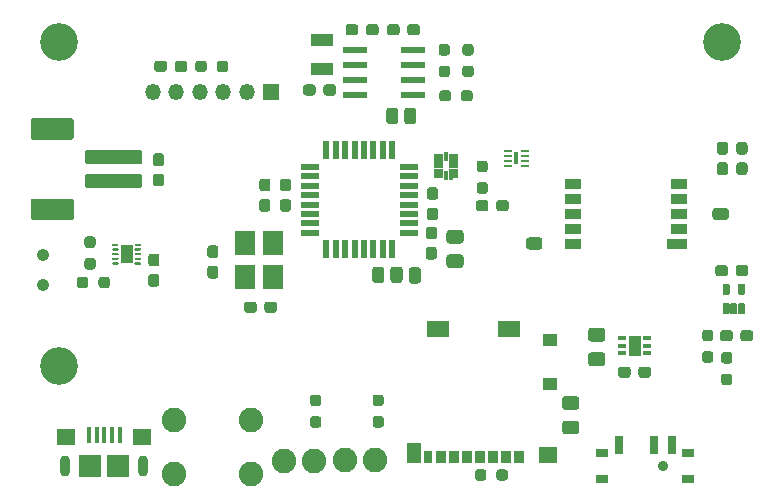
<source format=gbr>
%TF.GenerationSoftware,KiCad,Pcbnew,(5.1.9)-1*%
%TF.CreationDate,2021-01-19T18:40:37+01:00*%
%TF.ProjectId,Track-your-cat,54726163-6b2d-4796-9f75-722d6361742e,1*%
%TF.SameCoordinates,Original*%
%TF.FileFunction,Soldermask,Top*%
%TF.FilePolarity,Negative*%
%FSLAX46Y46*%
G04 Gerber Fmt 4.6, Leading zero omitted, Abs format (unit mm)*
G04 Created by KiCad (PCBNEW (5.1.9)-1) date 2021-01-19 18:40:37*
%MOMM*%
%LPD*%
G01*
G04 APERTURE LIST*
%ADD10C,0.010000*%
%ADD11C,2.082800*%
%ADD12R,1.200000X1.000000*%
%ADD13R,1.900000X1.350000*%
%ADD14R,1.170000X1.800000*%
%ADD15R,1.550000X1.350000*%
%ADD16R,0.750000X1.100000*%
%ADD17R,0.850000X1.100000*%
%ADD18R,0.450000X1.050000*%
%ADD19R,0.650000X0.200000*%
%ADD20R,1.676400X0.863600*%
%ADD21R,1.422400X0.863600*%
%ADD22C,3.200000*%
%ADD23R,1.900000X1.100000*%
%ADD24R,0.550000X1.500000*%
%ADD25R,1.500000X0.550000*%
%ADD26R,1.000000X1.700000*%
%ADD27R,0.700000X0.350000*%
%ADD28R,2.000000X0.600000*%
%ADD29R,1.000000X0.800000*%
%ADD30C,0.900000*%
%ADD31R,0.700000X1.500000*%
%ADD32C,1.050000*%
%ADD33R,0.606066X0.192474*%
%ADD34R,1.000000X1.600000*%
%ADD35R,1.800000X2.100000*%
%ADD36R,1.350000X1.350000*%
%ADD37O,1.350000X1.350000*%
%ADD38O,0.900000X1.800000*%
%ADD39C,0.500000*%
%ADD40R,1.900000X1.900000*%
%ADD41R,1.600000X1.400000*%
%ADD42R,0.400000X1.350000*%
G04 APERTURE END LIST*
D10*
%TO.C,U3*%
G36*
X77800000Y-87250000D02*
G01*
X77350000Y-87250000D01*
X77350000Y-87450000D01*
X77100000Y-87450000D01*
X77100000Y-86950000D01*
X77800000Y-86950000D01*
X77800000Y-87250000D01*
G37*
X77800000Y-87250000D02*
X77350000Y-87250000D01*
X77350000Y-87450000D01*
X77100000Y-87450000D01*
X77100000Y-86950000D01*
X77800000Y-86950000D01*
X77800000Y-87250000D01*
G36*
X76950000Y-85850000D02*
G01*
X76650000Y-85850000D01*
X76650000Y-85150000D01*
X76950000Y-85150000D01*
X76950000Y-85850000D01*
G37*
X76950000Y-85850000D02*
X76650000Y-85850000D01*
X76650000Y-85150000D01*
X76950000Y-85150000D01*
X76950000Y-85850000D01*
G36*
X76950000Y-87450000D02*
G01*
X76650000Y-87450000D01*
X76650000Y-86750000D01*
X76950000Y-86750000D01*
X76950000Y-87450000D01*
G37*
X76950000Y-87450000D02*
X76650000Y-87450000D01*
X76650000Y-86750000D01*
X76950000Y-86750000D01*
X76950000Y-87450000D01*
G36*
X76500000Y-87250000D02*
G01*
X75800000Y-87250000D01*
X75800000Y-86950000D01*
X76500000Y-86950000D01*
X76500000Y-87250000D01*
G37*
X76500000Y-87250000D02*
X75800000Y-87250000D01*
X75800000Y-86950000D01*
X76500000Y-86950000D01*
X76500000Y-87250000D01*
G36*
X76500000Y-86850000D02*
G01*
X75800000Y-86850000D01*
X75800000Y-86550000D01*
X76500000Y-86550000D01*
X76500000Y-86850000D01*
G37*
X76500000Y-86850000D02*
X75800000Y-86850000D01*
X75800000Y-86550000D01*
X76500000Y-86550000D01*
X76500000Y-86850000D01*
G36*
X76500000Y-85650000D02*
G01*
X75800000Y-85650000D01*
X75800000Y-85350000D01*
X76500000Y-85350000D01*
X76500000Y-85650000D01*
G37*
X76500000Y-85650000D02*
X75800000Y-85650000D01*
X75800000Y-85350000D01*
X76500000Y-85350000D01*
X76500000Y-85650000D01*
G36*
X76500000Y-86050000D02*
G01*
X75800000Y-86050000D01*
X75800000Y-85750000D01*
X76500000Y-85750000D01*
X76500000Y-86050000D01*
G37*
X76500000Y-86050000D02*
X75800000Y-86050000D01*
X75800000Y-85750000D01*
X76500000Y-85750000D01*
X76500000Y-86050000D01*
G36*
X77800000Y-85650000D02*
G01*
X77100000Y-85650000D01*
X77100000Y-85350000D01*
X77800000Y-85350000D01*
X77800000Y-85650000D01*
G37*
X77800000Y-85650000D02*
X77100000Y-85650000D01*
X77100000Y-85350000D01*
X77800000Y-85350000D01*
X77800000Y-85650000D01*
G36*
X77800000Y-86050000D02*
G01*
X77100000Y-86050000D01*
X77100000Y-85750000D01*
X77800000Y-85750000D01*
X77800000Y-86050000D01*
G37*
X77800000Y-86050000D02*
X77100000Y-86050000D01*
X77100000Y-85750000D01*
X77800000Y-85750000D01*
X77800000Y-86050000D01*
G36*
X77800000Y-86850000D02*
G01*
X77100000Y-86850000D01*
X77100000Y-86550000D01*
X77800000Y-86550000D01*
X77800000Y-86850000D01*
G37*
X77800000Y-86850000D02*
X77100000Y-86850000D01*
X77100000Y-86550000D01*
X77800000Y-86550000D01*
X77800000Y-86850000D01*
G36*
X76500000Y-86450000D02*
G01*
X75800000Y-86450000D01*
X75800000Y-86150000D01*
X76500000Y-86150000D01*
X76500000Y-86450000D01*
G37*
X76500000Y-86450000D02*
X75800000Y-86450000D01*
X75800000Y-86150000D01*
X76500000Y-86150000D01*
X76500000Y-86450000D01*
G36*
X77800000Y-86450000D02*
G01*
X77100000Y-86450000D01*
X77100000Y-86150000D01*
X77800000Y-86150000D01*
X77800000Y-86450000D01*
G37*
X77800000Y-86450000D02*
X77100000Y-86450000D01*
X77100000Y-86150000D01*
X77800000Y-86150000D01*
X77800000Y-86450000D01*
%TD*%
D11*
%TO.C,D2*%
X70800000Y-111250000D03*
X68260000Y-111250000D03*
%TD*%
D12*
%TO.C,J3*%
X85639999Y-104800000D03*
X85639999Y-101100001D03*
D13*
X82140000Y-100125000D03*
X76170000Y-100125000D03*
D14*
X74145000Y-110600000D03*
D15*
X85465000Y-110825000D03*
D16*
X75354999Y-110950000D03*
D17*
X76405000Y-110950000D03*
X77505000Y-110950000D03*
X78605000Y-110950000D03*
X79705000Y-110950000D03*
X80805000Y-110950000D03*
X81905000Y-110950000D03*
X83005000Y-110950000D03*
%TD*%
D18*
%TO.C,IC1*%
X82800000Y-85700000D03*
D19*
X83550000Y-85100000D03*
X83550000Y-85500000D03*
X83550000Y-85900000D03*
X83550000Y-86300000D03*
X82050000Y-86300000D03*
X82050000Y-85900000D03*
X82050000Y-85500000D03*
X82050000Y-85100000D03*
%TD*%
D20*
%TO.C,GPS1*%
X96425800Y-92978200D03*
D21*
X96552800Y-91708200D03*
X96552800Y-90438200D03*
X96552800Y-89168200D03*
X96552800Y-87898200D03*
X87561200Y-92978200D03*
X87561200Y-91708200D03*
X87561200Y-89168200D03*
X87561200Y-87898200D03*
X87561200Y-90438200D03*
%TD*%
D22*
%TO.C,H1*%
X100200000Y-75800000D03*
%TD*%
%TO.C,H1*%
X44100000Y-75800000D03*
%TD*%
%TO.C,H1*%
X44100000Y-103300000D03*
%TD*%
%TO.C,R10*%
G36*
G01*
X76937500Y-78812500D02*
X76462500Y-78812500D01*
G75*
G02*
X76225000Y-78575000I0J237500D01*
G01*
X76225000Y-78075000D01*
G75*
G02*
X76462500Y-77837500I237500J0D01*
G01*
X76937500Y-77837500D01*
G75*
G02*
X77175000Y-78075000I0J-237500D01*
G01*
X77175000Y-78575000D01*
G75*
G02*
X76937500Y-78812500I-237500J0D01*
G01*
G37*
G36*
G01*
X76937500Y-76987500D02*
X76462500Y-76987500D01*
G75*
G02*
X76225000Y-76750000I0J237500D01*
G01*
X76225000Y-76250000D01*
G75*
G02*
X76462500Y-76012500I237500J0D01*
G01*
X76937500Y-76012500D01*
G75*
G02*
X77175000Y-76250000I0J-237500D01*
G01*
X77175000Y-76750000D01*
G75*
G02*
X76937500Y-76987500I-237500J0D01*
G01*
G37*
%TD*%
D23*
%TO.C,Y2*%
X66350000Y-78150000D03*
X66350000Y-75650000D03*
%TD*%
D24*
%TO.C,U2*%
X66700000Y-85000000D03*
X67500000Y-85000000D03*
X68300000Y-85000000D03*
X69100000Y-85000000D03*
X69900000Y-85000000D03*
X70700000Y-85000000D03*
X71500000Y-85000000D03*
X72300000Y-85000000D03*
D25*
X73700000Y-86400000D03*
X73700000Y-87200000D03*
X73700000Y-88000000D03*
X73700000Y-88800000D03*
X73700000Y-89600000D03*
X73700000Y-90400000D03*
X73700000Y-91200000D03*
X73700000Y-92000000D03*
D24*
X72300000Y-93400000D03*
X71500000Y-93400000D03*
X70700000Y-93400000D03*
X69900000Y-93400000D03*
X69100000Y-93400000D03*
X68300000Y-93400000D03*
X67500000Y-93400000D03*
D25*
X65300000Y-92000000D03*
X65300000Y-91200000D03*
X65300000Y-90400000D03*
X65300000Y-89600000D03*
X65300000Y-88800000D03*
X65300000Y-88000000D03*
X65300000Y-87200000D03*
X65300000Y-86400000D03*
D24*
X66700000Y-93400000D03*
%TD*%
D11*
%TO.C,D1*%
X63100000Y-111300000D03*
X65640000Y-111300000D03*
%TD*%
%TO.C,R8*%
G36*
G01*
X99237500Y-103000000D02*
X98762500Y-103000000D01*
G75*
G02*
X98525000Y-102762500I0J237500D01*
G01*
X98525000Y-102262500D01*
G75*
G02*
X98762500Y-102025000I237500J0D01*
G01*
X99237500Y-102025000D01*
G75*
G02*
X99475000Y-102262500I0J-237500D01*
G01*
X99475000Y-102762500D01*
G75*
G02*
X99237500Y-103000000I-237500J0D01*
G01*
G37*
G36*
G01*
X99237500Y-101175000D02*
X98762500Y-101175000D01*
G75*
G02*
X98525000Y-100937500I0J237500D01*
G01*
X98525000Y-100437500D01*
G75*
G02*
X98762500Y-100200000I237500J0D01*
G01*
X99237500Y-100200000D01*
G75*
G02*
X99475000Y-100437500I0J-237500D01*
G01*
X99475000Y-100937500D01*
G75*
G02*
X99237500Y-101175000I-237500J0D01*
G01*
G37*
%TD*%
%TO.C,C1*%
G36*
G01*
X89125000Y-100037500D02*
X90075000Y-100037500D01*
G75*
G02*
X90325000Y-100287500I0J-250000D01*
G01*
X90325000Y-100962500D01*
G75*
G02*
X90075000Y-101212500I-250000J0D01*
G01*
X89125000Y-101212500D01*
G75*
G02*
X88875000Y-100962500I0J250000D01*
G01*
X88875000Y-100287500D01*
G75*
G02*
X89125000Y-100037500I250000J0D01*
G01*
G37*
G36*
G01*
X89125000Y-102112500D02*
X90075000Y-102112500D01*
G75*
G02*
X90325000Y-102362500I0J-250000D01*
G01*
X90325000Y-103037500D01*
G75*
G02*
X90075000Y-103287500I-250000J0D01*
G01*
X89125000Y-103287500D01*
G75*
G02*
X88875000Y-103037500I0J250000D01*
G01*
X88875000Y-102362500D01*
G75*
G02*
X89125000Y-102112500I250000J0D01*
G01*
G37*
%TD*%
%TO.C,C2*%
G36*
G01*
X94200000Y-103562500D02*
X94200000Y-104037500D01*
G75*
G02*
X93962500Y-104275000I-237500J0D01*
G01*
X93362500Y-104275000D01*
G75*
G02*
X93125000Y-104037500I0J237500D01*
G01*
X93125000Y-103562500D01*
G75*
G02*
X93362500Y-103325000I237500J0D01*
G01*
X93962500Y-103325000D01*
G75*
G02*
X94200000Y-103562500I0J-237500D01*
G01*
G37*
G36*
G01*
X92475000Y-103562500D02*
X92475000Y-104037500D01*
G75*
G02*
X92237500Y-104275000I-237500J0D01*
G01*
X91637500Y-104275000D01*
G75*
G02*
X91400000Y-104037500I0J237500D01*
G01*
X91400000Y-103562500D01*
G75*
G02*
X91637500Y-103325000I237500J0D01*
G01*
X92237500Y-103325000D01*
G75*
G02*
X92475000Y-103562500I0J-237500D01*
G01*
G37*
%TD*%
%TO.C,C3*%
G36*
G01*
X77125000Y-91737500D02*
X78075000Y-91737500D01*
G75*
G02*
X78325000Y-91987500I0J-250000D01*
G01*
X78325000Y-92662500D01*
G75*
G02*
X78075000Y-92912500I-250000J0D01*
G01*
X77125000Y-92912500D01*
G75*
G02*
X76875000Y-92662500I0J250000D01*
G01*
X76875000Y-91987500D01*
G75*
G02*
X77125000Y-91737500I250000J0D01*
G01*
G37*
G36*
G01*
X77125000Y-93812500D02*
X78075000Y-93812500D01*
G75*
G02*
X78325000Y-94062500I0J-250000D01*
G01*
X78325000Y-94737500D01*
G75*
G02*
X78075000Y-94987500I-250000J0D01*
G01*
X77125000Y-94987500D01*
G75*
G02*
X76875000Y-94737500I0J250000D01*
G01*
X76875000Y-94062500D01*
G75*
G02*
X77125000Y-93812500I250000J0D01*
G01*
G37*
%TD*%
%TO.C,C4*%
G36*
G01*
X63487500Y-88487500D02*
X63012500Y-88487500D01*
G75*
G02*
X62775000Y-88250000I0J237500D01*
G01*
X62775000Y-87650000D01*
G75*
G02*
X63012500Y-87412500I237500J0D01*
G01*
X63487500Y-87412500D01*
G75*
G02*
X63725000Y-87650000I0J-237500D01*
G01*
X63725000Y-88250000D01*
G75*
G02*
X63487500Y-88487500I-237500J0D01*
G01*
G37*
G36*
G01*
X63487500Y-90212500D02*
X63012500Y-90212500D01*
G75*
G02*
X62775000Y-89975000I0J237500D01*
G01*
X62775000Y-89375000D01*
G75*
G02*
X63012500Y-89137500I237500J0D01*
G01*
X63487500Y-89137500D01*
G75*
G02*
X63725000Y-89375000I0J-237500D01*
G01*
X63725000Y-89975000D01*
G75*
G02*
X63487500Y-90212500I-237500J0D01*
G01*
G37*
%TD*%
%TO.C,C5*%
G36*
G01*
X61737500Y-90212500D02*
X61262500Y-90212500D01*
G75*
G02*
X61025000Y-89975000I0J237500D01*
G01*
X61025000Y-89375000D01*
G75*
G02*
X61262500Y-89137500I237500J0D01*
G01*
X61737500Y-89137500D01*
G75*
G02*
X61975000Y-89375000I0J-237500D01*
G01*
X61975000Y-89975000D01*
G75*
G02*
X61737500Y-90212500I-237500J0D01*
G01*
G37*
G36*
G01*
X61737500Y-88487500D02*
X61262500Y-88487500D01*
G75*
G02*
X61025000Y-88250000I0J237500D01*
G01*
X61025000Y-87650000D01*
G75*
G02*
X61262500Y-87412500I237500J0D01*
G01*
X61737500Y-87412500D01*
G75*
G02*
X61975000Y-87650000I0J-237500D01*
G01*
X61975000Y-88250000D01*
G75*
G02*
X61737500Y-88487500I-237500J0D01*
G01*
G37*
%TD*%
%TO.C,C6*%
G36*
G01*
X75362500Y-93187500D02*
X75837500Y-93187500D01*
G75*
G02*
X76075000Y-93425000I0J-237500D01*
G01*
X76075000Y-94025000D01*
G75*
G02*
X75837500Y-94262500I-237500J0D01*
G01*
X75362500Y-94262500D01*
G75*
G02*
X75125000Y-94025000I0J237500D01*
G01*
X75125000Y-93425000D01*
G75*
G02*
X75362500Y-93187500I237500J0D01*
G01*
G37*
G36*
G01*
X75362500Y-91462500D02*
X75837500Y-91462500D01*
G75*
G02*
X76075000Y-91700000I0J-237500D01*
G01*
X76075000Y-92300000D01*
G75*
G02*
X75837500Y-92537500I-237500J0D01*
G01*
X75362500Y-92537500D01*
G75*
G02*
X75125000Y-92300000I0J237500D01*
G01*
X75125000Y-91700000D01*
G75*
G02*
X75362500Y-91462500I237500J0D01*
G01*
G37*
%TD*%
%TO.C,C8*%
G36*
G01*
X53212500Y-77662500D02*
X53212500Y-78137500D01*
G75*
G02*
X52975000Y-78375000I-237500J0D01*
G01*
X52375000Y-78375000D01*
G75*
G02*
X52137500Y-78137500I0J237500D01*
G01*
X52137500Y-77662500D01*
G75*
G02*
X52375000Y-77425000I237500J0D01*
G01*
X52975000Y-77425000D01*
G75*
G02*
X53212500Y-77662500I0J-237500D01*
G01*
G37*
G36*
G01*
X54937500Y-77662500D02*
X54937500Y-78137500D01*
G75*
G02*
X54700000Y-78375000I-237500J0D01*
G01*
X54100000Y-78375000D01*
G75*
G02*
X53862500Y-78137500I0J237500D01*
G01*
X53862500Y-77662500D01*
G75*
G02*
X54100000Y-77425000I237500J0D01*
G01*
X54700000Y-77425000D01*
G75*
G02*
X54937500Y-77662500I0J-237500D01*
G01*
G37*
%TD*%
%TO.C,C9*%
G36*
G01*
X57337500Y-94137500D02*
X56862500Y-94137500D01*
G75*
G02*
X56625000Y-93900000I0J237500D01*
G01*
X56625000Y-93300000D01*
G75*
G02*
X56862500Y-93062500I237500J0D01*
G01*
X57337500Y-93062500D01*
G75*
G02*
X57575000Y-93300000I0J-237500D01*
G01*
X57575000Y-93900000D01*
G75*
G02*
X57337500Y-94137500I-237500J0D01*
G01*
G37*
G36*
G01*
X57337500Y-95862500D02*
X56862500Y-95862500D01*
G75*
G02*
X56625000Y-95625000I0J237500D01*
G01*
X56625000Y-95025000D01*
G75*
G02*
X56862500Y-94787500I237500J0D01*
G01*
X57337500Y-94787500D01*
G75*
G02*
X57575000Y-95025000I0J-237500D01*
G01*
X57575000Y-95625000D01*
G75*
G02*
X57337500Y-95862500I-237500J0D01*
G01*
G37*
%TD*%
%TO.C,C10*%
G36*
G01*
X62537500Y-98062500D02*
X62537500Y-98537500D01*
G75*
G02*
X62300000Y-98775000I-237500J0D01*
G01*
X61700000Y-98775000D01*
G75*
G02*
X61462500Y-98537500I0J237500D01*
G01*
X61462500Y-98062500D01*
G75*
G02*
X61700000Y-97825000I237500J0D01*
G01*
X62300000Y-97825000D01*
G75*
G02*
X62537500Y-98062500I0J-237500D01*
G01*
G37*
G36*
G01*
X60812500Y-98062500D02*
X60812500Y-98537500D01*
G75*
G02*
X60575000Y-98775000I-237500J0D01*
G01*
X59975000Y-98775000D01*
G75*
G02*
X59737500Y-98537500I0J237500D01*
G01*
X59737500Y-98062500D01*
G75*
G02*
X59975000Y-97825000I237500J0D01*
G01*
X60575000Y-97825000D01*
G75*
G02*
X60812500Y-98062500I0J-237500D01*
G01*
G37*
%TD*%
%TO.C,C11*%
G36*
G01*
X51862500Y-93762500D02*
X52337500Y-93762500D01*
G75*
G02*
X52575000Y-94000000I0J-237500D01*
G01*
X52575000Y-94600000D01*
G75*
G02*
X52337500Y-94837500I-237500J0D01*
G01*
X51862500Y-94837500D01*
G75*
G02*
X51625000Y-94600000I0J237500D01*
G01*
X51625000Y-94000000D01*
G75*
G02*
X51862500Y-93762500I237500J0D01*
G01*
G37*
G36*
G01*
X51862500Y-95487500D02*
X52337500Y-95487500D01*
G75*
G02*
X52575000Y-95725000I0J-237500D01*
G01*
X52575000Y-96325000D01*
G75*
G02*
X52337500Y-96562500I-237500J0D01*
G01*
X51862500Y-96562500D01*
G75*
G02*
X51625000Y-96325000I0J237500D01*
G01*
X51625000Y-95725000D01*
G75*
G02*
X51862500Y-95487500I237500J0D01*
G01*
G37*
%TD*%
%TO.C,C12*%
G36*
G01*
X75937500Y-90937500D02*
X75462500Y-90937500D01*
G75*
G02*
X75225000Y-90700000I0J237500D01*
G01*
X75225000Y-90100000D01*
G75*
G02*
X75462500Y-89862500I237500J0D01*
G01*
X75937500Y-89862500D01*
G75*
G02*
X76175000Y-90100000I0J-237500D01*
G01*
X76175000Y-90700000D01*
G75*
G02*
X75937500Y-90937500I-237500J0D01*
G01*
G37*
G36*
G01*
X75937500Y-89212500D02*
X75462500Y-89212500D01*
G75*
G02*
X75225000Y-88975000I0J237500D01*
G01*
X75225000Y-88375000D01*
G75*
G02*
X75462500Y-88137500I237500J0D01*
G01*
X75937500Y-88137500D01*
G75*
G02*
X76175000Y-88375000I0J-237500D01*
G01*
X76175000Y-88975000D01*
G75*
G02*
X75937500Y-89212500I-237500J0D01*
G01*
G37*
%TD*%
%TO.C,C13*%
G36*
G01*
X52262500Y-86987500D02*
X52737500Y-86987500D01*
G75*
G02*
X52975000Y-87225000I0J-237500D01*
G01*
X52975000Y-87825000D01*
G75*
G02*
X52737500Y-88062500I-237500J0D01*
G01*
X52262500Y-88062500D01*
G75*
G02*
X52025000Y-87825000I0J237500D01*
G01*
X52025000Y-87225000D01*
G75*
G02*
X52262500Y-86987500I237500J0D01*
G01*
G37*
G36*
G01*
X52262500Y-85262500D02*
X52737500Y-85262500D01*
G75*
G02*
X52975000Y-85500000I0J-237500D01*
G01*
X52975000Y-86100000D01*
G75*
G02*
X52737500Y-86337500I-237500J0D01*
G01*
X52262500Y-86337500D01*
G75*
G02*
X52025000Y-86100000I0J237500D01*
G01*
X52025000Y-85500000D01*
G75*
G02*
X52262500Y-85262500I237500J0D01*
G01*
G37*
%TD*%
%TO.C,C15*%
G36*
G01*
X80437500Y-89462500D02*
X80437500Y-89937500D01*
G75*
G02*
X80200000Y-90175000I-237500J0D01*
G01*
X79600000Y-90175000D01*
G75*
G02*
X79362500Y-89937500I0J237500D01*
G01*
X79362500Y-89462500D01*
G75*
G02*
X79600000Y-89225000I237500J0D01*
G01*
X80200000Y-89225000D01*
G75*
G02*
X80437500Y-89462500I0J-237500D01*
G01*
G37*
G36*
G01*
X82162500Y-89462500D02*
X82162500Y-89937500D01*
G75*
G02*
X81925000Y-90175000I-237500J0D01*
G01*
X81325000Y-90175000D01*
G75*
G02*
X81087500Y-89937500I0J237500D01*
G01*
X81087500Y-89462500D01*
G75*
G02*
X81325000Y-89225000I237500J0D01*
G01*
X81925000Y-89225000D01*
G75*
G02*
X82162500Y-89462500I0J-237500D01*
G01*
G37*
%TD*%
%TO.C,C16*%
G36*
G01*
X102137500Y-85375000D02*
X101662500Y-85375000D01*
G75*
G02*
X101425000Y-85137500I0J237500D01*
G01*
X101425000Y-84537500D01*
G75*
G02*
X101662500Y-84300000I237500J0D01*
G01*
X102137500Y-84300000D01*
G75*
G02*
X102375000Y-84537500I0J-237500D01*
G01*
X102375000Y-85137500D01*
G75*
G02*
X102137500Y-85375000I-237500J0D01*
G01*
G37*
G36*
G01*
X102137500Y-87100000D02*
X101662500Y-87100000D01*
G75*
G02*
X101425000Y-86862500I0J237500D01*
G01*
X101425000Y-86262500D01*
G75*
G02*
X101662500Y-86025000I237500J0D01*
G01*
X102137500Y-86025000D01*
G75*
G02*
X102375000Y-86262500I0J-237500D01*
G01*
X102375000Y-86862500D01*
G75*
G02*
X102137500Y-87100000I-237500J0D01*
G01*
G37*
%TD*%
%TO.C,C17*%
G36*
G01*
X100487500Y-85375000D02*
X100012500Y-85375000D01*
G75*
G02*
X99775000Y-85137500I0J237500D01*
G01*
X99775000Y-84537500D01*
G75*
G02*
X100012500Y-84300000I237500J0D01*
G01*
X100487500Y-84300000D01*
G75*
G02*
X100725000Y-84537500I0J-237500D01*
G01*
X100725000Y-85137500D01*
G75*
G02*
X100487500Y-85375000I-237500J0D01*
G01*
G37*
G36*
G01*
X100487500Y-87100000D02*
X100012500Y-87100000D01*
G75*
G02*
X99775000Y-86862500I0J237500D01*
G01*
X99775000Y-86262500D01*
G75*
G02*
X100012500Y-86025000I237500J0D01*
G01*
X100487500Y-86025000D01*
G75*
G02*
X100725000Y-86262500I0J-237500D01*
G01*
X100725000Y-86862500D01*
G75*
G02*
X100487500Y-87100000I-237500J0D01*
G01*
G37*
%TD*%
%TO.C,C18*%
G36*
G01*
X102837500Y-100462500D02*
X102837500Y-100937500D01*
G75*
G02*
X102600000Y-101175000I-237500J0D01*
G01*
X102000000Y-101175000D01*
G75*
G02*
X101762500Y-100937500I0J237500D01*
G01*
X101762500Y-100462500D01*
G75*
G02*
X102000000Y-100225000I237500J0D01*
G01*
X102600000Y-100225000D01*
G75*
G02*
X102837500Y-100462500I0J-237500D01*
G01*
G37*
G36*
G01*
X101112500Y-100462500D02*
X101112500Y-100937500D01*
G75*
G02*
X100875000Y-101175000I-237500J0D01*
G01*
X100275000Y-101175000D01*
G75*
G02*
X100037500Y-100937500I0J237500D01*
G01*
X100037500Y-100462500D01*
G75*
G02*
X100275000Y-100225000I237500J0D01*
G01*
X100875000Y-100225000D01*
G75*
G02*
X101112500Y-100462500I0J-237500D01*
G01*
G37*
%TD*%
%TO.C,C20*%
G36*
G01*
X71837500Y-75037500D02*
X71837500Y-74562500D01*
G75*
G02*
X72075000Y-74325000I237500J0D01*
G01*
X72675000Y-74325000D01*
G75*
G02*
X72912500Y-74562500I0J-237500D01*
G01*
X72912500Y-75037500D01*
G75*
G02*
X72675000Y-75275000I-237500J0D01*
G01*
X72075000Y-75275000D01*
G75*
G02*
X71837500Y-75037500I0J237500D01*
G01*
G37*
G36*
G01*
X73562500Y-75037500D02*
X73562500Y-74562500D01*
G75*
G02*
X73800000Y-74325000I237500J0D01*
G01*
X74400000Y-74325000D01*
G75*
G02*
X74637500Y-74562500I0J-237500D01*
G01*
X74637500Y-75037500D01*
G75*
G02*
X74400000Y-75275000I-237500J0D01*
G01*
X73800000Y-75275000D01*
G75*
G02*
X73562500Y-75037500I0J237500D01*
G01*
G37*
%TD*%
%TO.C,C21*%
G36*
G01*
X69412500Y-74562500D02*
X69412500Y-75037500D01*
G75*
G02*
X69175000Y-75275000I-237500J0D01*
G01*
X68575000Y-75275000D01*
G75*
G02*
X68337500Y-75037500I0J237500D01*
G01*
X68337500Y-74562500D01*
G75*
G02*
X68575000Y-74325000I237500J0D01*
G01*
X69175000Y-74325000D01*
G75*
G02*
X69412500Y-74562500I0J-237500D01*
G01*
G37*
G36*
G01*
X71137500Y-74562500D02*
X71137500Y-75037500D01*
G75*
G02*
X70900000Y-75275000I-237500J0D01*
G01*
X70300000Y-75275000D01*
G75*
G02*
X70062500Y-75037500I0J237500D01*
G01*
X70062500Y-74562500D01*
G75*
G02*
X70300000Y-74325000I237500J0D01*
G01*
X70900000Y-74325000D01*
G75*
G02*
X71137500Y-74562500I0J-237500D01*
G01*
G37*
%TD*%
%TO.C,C22*%
G36*
G01*
X64737500Y-80137500D02*
X64737500Y-79662500D01*
G75*
G02*
X64975000Y-79425000I237500J0D01*
G01*
X65575000Y-79425000D01*
G75*
G02*
X65812500Y-79662500I0J-237500D01*
G01*
X65812500Y-80137500D01*
G75*
G02*
X65575000Y-80375000I-237500J0D01*
G01*
X64975000Y-80375000D01*
G75*
G02*
X64737500Y-80137500I0J237500D01*
G01*
G37*
G36*
G01*
X66462500Y-80137500D02*
X66462500Y-79662500D01*
G75*
G02*
X66700000Y-79425000I237500J0D01*
G01*
X67300000Y-79425000D01*
G75*
G02*
X67537500Y-79662500I0J-237500D01*
G01*
X67537500Y-80137500D01*
G75*
G02*
X67300000Y-80375000I-237500J0D01*
G01*
X66700000Y-80375000D01*
G75*
G02*
X66462500Y-80137500I0J237500D01*
G01*
G37*
%TD*%
%TO.C,C23*%
G36*
G01*
X86925000Y-107887500D02*
X87875000Y-107887500D01*
G75*
G02*
X88125000Y-108137500I0J-250000D01*
G01*
X88125000Y-108812500D01*
G75*
G02*
X87875000Y-109062500I-250000J0D01*
G01*
X86925000Y-109062500D01*
G75*
G02*
X86675000Y-108812500I0J250000D01*
G01*
X86675000Y-108137500D01*
G75*
G02*
X86925000Y-107887500I250000J0D01*
G01*
G37*
G36*
G01*
X86925000Y-105812500D02*
X87875000Y-105812500D01*
G75*
G02*
X88125000Y-106062500I0J-250000D01*
G01*
X88125000Y-106737500D01*
G75*
G02*
X87875000Y-106987500I-250000J0D01*
G01*
X86925000Y-106987500D01*
G75*
G02*
X86675000Y-106737500I0J250000D01*
G01*
X86675000Y-106062500D01*
G75*
G02*
X86925000Y-105812500I250000J0D01*
G01*
G37*
%TD*%
%TO.C,IC2*%
G36*
G01*
X100251310Y-98797610D02*
X100251310Y-98048310D01*
G75*
G02*
X100352910Y-97946710I101600J0D01*
G01*
X100751690Y-97946710D01*
G75*
G02*
X100853290Y-98048310I0J-101600D01*
G01*
X100853290Y-98797610D01*
G75*
G02*
X100751690Y-98899210I-101600J0D01*
G01*
X100352910Y-98899210D01*
G75*
G02*
X100251310Y-98797610I0J101600D01*
G01*
G37*
G36*
G01*
X100899010Y-98797610D02*
X100899010Y-98048310D01*
G75*
G02*
X101000610Y-97946710I101600J0D01*
G01*
X101399390Y-97946710D01*
G75*
G02*
X101500990Y-98048310I0J-101600D01*
G01*
X101500990Y-98797610D01*
G75*
G02*
X101399390Y-98899210I-101600J0D01*
G01*
X101000610Y-98899210D01*
G75*
G02*
X100899010Y-98797610I0J101600D01*
G01*
G37*
G36*
G01*
X101546710Y-98797610D02*
X101546710Y-98048310D01*
G75*
G02*
X101648310Y-97946710I101600J0D01*
G01*
X102047090Y-97946710D01*
G75*
G02*
X102148690Y-98048310I0J-101600D01*
G01*
X102148690Y-98797610D01*
G75*
G02*
X102047090Y-98899210I-101600J0D01*
G01*
X101648310Y-98899210D01*
G75*
G02*
X101546710Y-98797610I0J101600D01*
G01*
G37*
G36*
G01*
X101546710Y-97151690D02*
X101546710Y-96402390D01*
G75*
G02*
X101648310Y-96300790I101600J0D01*
G01*
X102047090Y-96300790D01*
G75*
G02*
X102148690Y-96402390I0J-101600D01*
G01*
X102148690Y-97151690D01*
G75*
G02*
X102047090Y-97253290I-101600J0D01*
G01*
X101648310Y-97253290D01*
G75*
G02*
X101546710Y-97151690I0J101600D01*
G01*
G37*
G36*
G01*
X100251310Y-97151690D02*
X100251310Y-96402390D01*
G75*
G02*
X100352910Y-96300790I101600J0D01*
G01*
X100751690Y-96300790D01*
G75*
G02*
X100853290Y-96402390I0J-101600D01*
G01*
X100853290Y-97151690D01*
G75*
G02*
X100751690Y-97253290I-101600J0D01*
G01*
X100352910Y-97253290D01*
G75*
G02*
X100251310Y-97151690I0J101600D01*
G01*
G37*
%TD*%
%TO.C,J1*%
G36*
G01*
X50998210Y-88198930D02*
X46398270Y-88198930D01*
G75*
G02*
X46296670Y-88097330I0J101600D01*
G01*
X46296670Y-87099110D01*
G75*
G02*
X46398270Y-86997510I101600J0D01*
G01*
X50998210Y-86997510D01*
G75*
G02*
X51099810Y-87099110I0J-101600D01*
G01*
X51099810Y-88097330D01*
G75*
G02*
X50998210Y-88198930I-101600J0D01*
G01*
G37*
G36*
G01*
X50998210Y-86202490D02*
X46398270Y-86202490D01*
G75*
G02*
X46296670Y-86100890I0J101600D01*
G01*
X46296670Y-85102670D01*
G75*
G02*
X46398270Y-85001070I101600J0D01*
G01*
X50998210Y-85001070D01*
G75*
G02*
X51099810Y-85102670I0J-101600D01*
G01*
X51099810Y-86100890D01*
G75*
G02*
X50998210Y-86202490I-101600J0D01*
G01*
G37*
G36*
G01*
X45302260Y-89199690D02*
X45302260Y-90797350D01*
G75*
G02*
X45200660Y-90898950I-101600J0D01*
G01*
X41802140Y-90898950D01*
G75*
G02*
X41700540Y-90797350I0J101600D01*
G01*
X41700540Y-89199690D01*
G75*
G02*
X41802140Y-89098090I101600J0D01*
G01*
X45200660Y-89098090D01*
G75*
G02*
X45302260Y-89199690I0J-101600D01*
G01*
G37*
G36*
G01*
X45302260Y-82402650D02*
X45302260Y-84000310D01*
G75*
G02*
X45200660Y-84101910I-101600J0D01*
G01*
X41802140Y-84101910D01*
G75*
G02*
X41700540Y-84000310I0J101600D01*
G01*
X41700540Y-82402650D01*
G75*
G02*
X41802140Y-82301050I101600J0D01*
G01*
X45200660Y-82301050D01*
G75*
G02*
X45302260Y-82402650I0J-101600D01*
G01*
G37*
%TD*%
D26*
%TO.C,LDO1*%
X92800000Y-101550000D03*
D27*
X93850000Y-100900000D03*
X93850000Y-101550000D03*
X93850000Y-102200000D03*
X91750000Y-102200000D03*
X91750000Y-101550000D03*
X91750000Y-100900000D03*
%TD*%
%TO.C,R1*%
G36*
G01*
X56575000Y-77662500D02*
X56575000Y-78137500D01*
G75*
G02*
X56337500Y-78375000I-237500J0D01*
G01*
X55837500Y-78375000D01*
G75*
G02*
X55600000Y-78137500I0J237500D01*
G01*
X55600000Y-77662500D01*
G75*
G02*
X55837500Y-77425000I237500J0D01*
G01*
X56337500Y-77425000D01*
G75*
G02*
X56575000Y-77662500I0J-237500D01*
G01*
G37*
G36*
G01*
X58400000Y-77662500D02*
X58400000Y-78137500D01*
G75*
G02*
X58162500Y-78375000I-237500J0D01*
G01*
X57662500Y-78375000D01*
G75*
G02*
X57425000Y-78137500I0J237500D01*
G01*
X57425000Y-77662500D01*
G75*
G02*
X57662500Y-77425000I237500J0D01*
G01*
X58162500Y-77425000D01*
G75*
G02*
X58400000Y-77662500I0J-237500D01*
G01*
G37*
%TD*%
%TO.C,R2*%
G36*
G01*
X46462500Y-94125000D02*
X46937500Y-94125000D01*
G75*
G02*
X47175000Y-94362500I0J-237500D01*
G01*
X47175000Y-94862500D01*
G75*
G02*
X46937500Y-95100000I-237500J0D01*
G01*
X46462500Y-95100000D01*
G75*
G02*
X46225000Y-94862500I0J237500D01*
G01*
X46225000Y-94362500D01*
G75*
G02*
X46462500Y-94125000I237500J0D01*
G01*
G37*
G36*
G01*
X46462500Y-92300000D02*
X46937500Y-92300000D01*
G75*
G02*
X47175000Y-92537500I0J-237500D01*
G01*
X47175000Y-93037500D01*
G75*
G02*
X46937500Y-93275000I-237500J0D01*
G01*
X46462500Y-93275000D01*
G75*
G02*
X46225000Y-93037500I0J237500D01*
G01*
X46225000Y-92537500D01*
G75*
G02*
X46462500Y-92300000I237500J0D01*
G01*
G37*
%TD*%
%TO.C,R3*%
G36*
G01*
X48387500Y-95962500D02*
X48387500Y-96437500D01*
G75*
G02*
X48150000Y-96675000I-237500J0D01*
G01*
X47650000Y-96675000D01*
G75*
G02*
X47412500Y-96437500I0J237500D01*
G01*
X47412500Y-95962500D01*
G75*
G02*
X47650000Y-95725000I237500J0D01*
G01*
X48150000Y-95725000D01*
G75*
G02*
X48387500Y-95962500I0J-237500D01*
G01*
G37*
G36*
G01*
X46562500Y-95962500D02*
X46562500Y-96437500D01*
G75*
G02*
X46325000Y-96675000I-237500J0D01*
G01*
X45825000Y-96675000D01*
G75*
G02*
X45587500Y-96437500I0J237500D01*
G01*
X45587500Y-95962500D01*
G75*
G02*
X45825000Y-95725000I237500J0D01*
G01*
X46325000Y-95725000D01*
G75*
G02*
X46562500Y-95962500I0J-237500D01*
G01*
G37*
%TD*%
%TO.C,R4*%
G36*
G01*
X66037500Y-108487500D02*
X65562500Y-108487500D01*
G75*
G02*
X65325000Y-108250000I0J237500D01*
G01*
X65325000Y-107750000D01*
G75*
G02*
X65562500Y-107512500I237500J0D01*
G01*
X66037500Y-107512500D01*
G75*
G02*
X66275000Y-107750000I0J-237500D01*
G01*
X66275000Y-108250000D01*
G75*
G02*
X66037500Y-108487500I-237500J0D01*
G01*
G37*
G36*
G01*
X66037500Y-106662500D02*
X65562500Y-106662500D01*
G75*
G02*
X65325000Y-106425000I0J237500D01*
G01*
X65325000Y-105925000D01*
G75*
G02*
X65562500Y-105687500I237500J0D01*
G01*
X66037500Y-105687500D01*
G75*
G02*
X66275000Y-105925000I0J-237500D01*
G01*
X66275000Y-106425000D01*
G75*
G02*
X66037500Y-106662500I-237500J0D01*
G01*
G37*
%TD*%
%TO.C,R5*%
G36*
G01*
X71337500Y-106662500D02*
X70862500Y-106662500D01*
G75*
G02*
X70625000Y-106425000I0J237500D01*
G01*
X70625000Y-105925000D01*
G75*
G02*
X70862500Y-105687500I237500J0D01*
G01*
X71337500Y-105687500D01*
G75*
G02*
X71575000Y-105925000I0J-237500D01*
G01*
X71575000Y-106425000D01*
G75*
G02*
X71337500Y-106662500I-237500J0D01*
G01*
G37*
G36*
G01*
X71337500Y-108487500D02*
X70862500Y-108487500D01*
G75*
G02*
X70625000Y-108250000I0J237500D01*
G01*
X70625000Y-107750000D01*
G75*
G02*
X70862500Y-107512500I237500J0D01*
G01*
X71337500Y-107512500D01*
G75*
G02*
X71575000Y-107750000I0J-237500D01*
G01*
X71575000Y-108250000D01*
G75*
G02*
X71337500Y-108487500I-237500J0D01*
G01*
G37*
%TD*%
%TO.C,R6*%
G36*
G01*
X100362500Y-103912500D02*
X100837500Y-103912500D01*
G75*
G02*
X101075000Y-104150000I0J-237500D01*
G01*
X101075000Y-104650000D01*
G75*
G02*
X100837500Y-104887500I-237500J0D01*
G01*
X100362500Y-104887500D01*
G75*
G02*
X100125000Y-104650000I0J237500D01*
G01*
X100125000Y-104150000D01*
G75*
G02*
X100362500Y-103912500I237500J0D01*
G01*
G37*
G36*
G01*
X100362500Y-102087500D02*
X100837500Y-102087500D01*
G75*
G02*
X101075000Y-102325000I0J-237500D01*
G01*
X101075000Y-102825000D01*
G75*
G02*
X100837500Y-103062500I-237500J0D01*
G01*
X100362500Y-103062500D01*
G75*
G02*
X100125000Y-102825000I0J237500D01*
G01*
X100125000Y-102325000D01*
G75*
G02*
X100362500Y-102087500I237500J0D01*
G01*
G37*
%TD*%
%TO.C,R7*%
G36*
G01*
X80137500Y-88687500D02*
X79662500Y-88687500D01*
G75*
G02*
X79425000Y-88450000I0J237500D01*
G01*
X79425000Y-87950000D01*
G75*
G02*
X79662500Y-87712500I237500J0D01*
G01*
X80137500Y-87712500D01*
G75*
G02*
X80375000Y-87950000I0J-237500D01*
G01*
X80375000Y-88450000D01*
G75*
G02*
X80137500Y-88687500I-237500J0D01*
G01*
G37*
G36*
G01*
X80137500Y-86862500D02*
X79662500Y-86862500D01*
G75*
G02*
X79425000Y-86625000I0J237500D01*
G01*
X79425000Y-86125000D01*
G75*
G02*
X79662500Y-85887500I237500J0D01*
G01*
X80137500Y-85887500D01*
G75*
G02*
X80375000Y-86125000I0J-237500D01*
G01*
X80375000Y-86625000D01*
G75*
G02*
X80137500Y-86862500I-237500J0D01*
G01*
G37*
%TD*%
%TO.C,R9*%
G36*
G01*
X82087500Y-112262500D02*
X82087500Y-112737500D01*
G75*
G02*
X81850000Y-112975000I-237500J0D01*
G01*
X81350000Y-112975000D01*
G75*
G02*
X81112500Y-112737500I0J237500D01*
G01*
X81112500Y-112262500D01*
G75*
G02*
X81350000Y-112025000I237500J0D01*
G01*
X81850000Y-112025000D01*
G75*
G02*
X82087500Y-112262500I0J-237500D01*
G01*
G37*
G36*
G01*
X80262500Y-112262500D02*
X80262500Y-112737500D01*
G75*
G02*
X80025000Y-112975000I-237500J0D01*
G01*
X79525000Y-112975000D01*
G75*
G02*
X79287500Y-112737500I0J237500D01*
G01*
X79287500Y-112262500D01*
G75*
G02*
X79525000Y-112025000I237500J0D01*
G01*
X80025000Y-112025000D01*
G75*
G02*
X80262500Y-112262500I0J-237500D01*
G01*
G37*
%TD*%
%TO.C,R11*%
G36*
G01*
X78937500Y-78812500D02*
X78462500Y-78812500D01*
G75*
G02*
X78225000Y-78575000I0J237500D01*
G01*
X78225000Y-78075000D01*
G75*
G02*
X78462500Y-77837500I237500J0D01*
G01*
X78937500Y-77837500D01*
G75*
G02*
X79175000Y-78075000I0J-237500D01*
G01*
X79175000Y-78575000D01*
G75*
G02*
X78937500Y-78812500I-237500J0D01*
G01*
G37*
G36*
G01*
X78937500Y-76987500D02*
X78462500Y-76987500D01*
G75*
G02*
X78225000Y-76750000I0J237500D01*
G01*
X78225000Y-76250000D01*
G75*
G02*
X78462500Y-76012500I237500J0D01*
G01*
X78937500Y-76012500D01*
G75*
G02*
X79175000Y-76250000I0J-237500D01*
G01*
X79175000Y-76750000D01*
G75*
G02*
X78937500Y-76987500I-237500J0D01*
G01*
G37*
%TD*%
%TO.C,R12*%
G36*
G01*
X78112500Y-80637500D02*
X78112500Y-80162500D01*
G75*
G02*
X78350000Y-79925000I237500J0D01*
G01*
X78850000Y-79925000D01*
G75*
G02*
X79087500Y-80162500I0J-237500D01*
G01*
X79087500Y-80637500D01*
G75*
G02*
X78850000Y-80875000I-237500J0D01*
G01*
X78350000Y-80875000D01*
G75*
G02*
X78112500Y-80637500I0J237500D01*
G01*
G37*
G36*
G01*
X76287500Y-80637500D02*
X76287500Y-80162500D01*
G75*
G02*
X76525000Y-79925000I237500J0D01*
G01*
X77025000Y-79925000D01*
G75*
G02*
X77262500Y-80162500I0J-237500D01*
G01*
X77262500Y-80637500D01*
G75*
G02*
X77025000Y-80875000I-237500J0D01*
G01*
X76525000Y-80875000D01*
G75*
G02*
X76287500Y-80637500I0J237500D01*
G01*
G37*
%TD*%
D28*
%TO.C,RTC1*%
X69150000Y-76495000D03*
X69150000Y-77765000D03*
X69150000Y-80305000D03*
X74050000Y-80305000D03*
X74050000Y-79035000D03*
X74050000Y-77765000D03*
X74050000Y-76495000D03*
X69150000Y-79035000D03*
%TD*%
D29*
%TO.C,SW1*%
X97350000Y-110600000D03*
X97350000Y-112800000D03*
X90050000Y-112800000D03*
X90050000Y-110600000D03*
D30*
X95200000Y-111700000D03*
D31*
X95950000Y-109950000D03*
X94450000Y-109950000D03*
X91450000Y-109950000D03*
%TD*%
D11*
%TO.C,SW2*%
X53848800Y-107878800D03*
X60351200Y-107878800D03*
X53848800Y-112400000D03*
X60351200Y-112400000D03*
%TD*%
D32*
%TO.C,TH1*%
X42750000Y-93900000D03*
X42750000Y-96400000D03*
%TD*%
%TO.C,U1*%
G36*
G01*
X50450000Y-93000000D02*
X50450000Y-93000000D01*
G75*
G02*
X50546237Y-92903763I96237J0D01*
G01*
X50959829Y-92903763D01*
G75*
G02*
X51056066Y-93000000I0J-96237D01*
G01*
X51056066Y-93000000D01*
G75*
G02*
X50959829Y-93096237I-96237J0D01*
G01*
X50546237Y-93096237D01*
G75*
G02*
X50450000Y-93000000I0J96237D01*
G01*
G37*
G36*
G01*
X50450000Y-93400000D02*
X50450000Y-93400000D01*
G75*
G02*
X50546237Y-93303763I96237J0D01*
G01*
X50959829Y-93303763D01*
G75*
G02*
X51056066Y-93400000I0J-96237D01*
G01*
X51056066Y-93400000D01*
G75*
G02*
X50959829Y-93496237I-96237J0D01*
G01*
X50546237Y-93496237D01*
G75*
G02*
X50450000Y-93400000I0J96237D01*
G01*
G37*
G36*
G01*
X50450000Y-93800000D02*
X50450000Y-93800000D01*
G75*
G02*
X50546237Y-93703763I96237J0D01*
G01*
X50959829Y-93703763D01*
G75*
G02*
X51056066Y-93800000I0J-96237D01*
G01*
X51056066Y-93800000D01*
G75*
G02*
X50959829Y-93896237I-96237J0D01*
G01*
X50546237Y-93896237D01*
G75*
G02*
X50450000Y-93800000I0J96237D01*
G01*
G37*
G36*
G01*
X50450000Y-94200000D02*
X50450000Y-94200000D01*
G75*
G02*
X50546237Y-94103763I96237J0D01*
G01*
X50959829Y-94103763D01*
G75*
G02*
X51056066Y-94200000I0J-96237D01*
G01*
X51056066Y-94200000D01*
G75*
G02*
X50959829Y-94296237I-96237J0D01*
G01*
X50546237Y-94296237D01*
G75*
G02*
X50450000Y-94200000I0J96237D01*
G01*
G37*
G36*
G01*
X50450000Y-94600000D02*
X50450000Y-94600000D01*
G75*
G02*
X50546237Y-94503763I96237J0D01*
G01*
X50959829Y-94503763D01*
G75*
G02*
X51056066Y-94600000I0J-96237D01*
G01*
X51056066Y-94600000D01*
G75*
G02*
X50959829Y-94696237I-96237J0D01*
G01*
X50546237Y-94696237D01*
G75*
G02*
X50450000Y-94600000I0J96237D01*
G01*
G37*
G36*
G01*
X48543934Y-94600000D02*
X48543934Y-94600000D01*
G75*
G02*
X48640171Y-94503763I96237J0D01*
G01*
X49053763Y-94503763D01*
G75*
G02*
X49150000Y-94600000I0J-96237D01*
G01*
X49150000Y-94600000D01*
G75*
G02*
X49053763Y-94696237I-96237J0D01*
G01*
X48640171Y-94696237D01*
G75*
G02*
X48543934Y-94600000I0J96237D01*
G01*
G37*
G36*
G01*
X48543934Y-94200000D02*
X48543934Y-94200000D01*
G75*
G02*
X48640171Y-94103763I96237J0D01*
G01*
X49053763Y-94103763D01*
G75*
G02*
X49150000Y-94200000I0J-96237D01*
G01*
X49150000Y-94200000D01*
G75*
G02*
X49053763Y-94296237I-96237J0D01*
G01*
X48640171Y-94296237D01*
G75*
G02*
X48543934Y-94200000I0J96237D01*
G01*
G37*
G36*
G01*
X48543934Y-93800000D02*
X48543934Y-93800000D01*
G75*
G02*
X48640171Y-93703763I96237J0D01*
G01*
X49053763Y-93703763D01*
G75*
G02*
X49150000Y-93800000I0J-96237D01*
G01*
X49150000Y-93800000D01*
G75*
G02*
X49053763Y-93896237I-96237J0D01*
G01*
X48640171Y-93896237D01*
G75*
G02*
X48543934Y-93800000I0J96237D01*
G01*
G37*
G36*
G01*
X48543934Y-93400000D02*
X48543934Y-93400000D01*
G75*
G02*
X48640171Y-93303763I96237J0D01*
G01*
X49053763Y-93303763D01*
G75*
G02*
X49150000Y-93400000I0J-96237D01*
G01*
X49150000Y-93400000D01*
G75*
G02*
X49053763Y-93496237I-96237J0D01*
G01*
X48640171Y-93496237D01*
G75*
G02*
X48543934Y-93400000I0J96237D01*
G01*
G37*
D33*
X48846967Y-93000000D03*
D34*
X49800000Y-93800000D03*
%TD*%
%TO.C,U4*%
G36*
G01*
X71787500Y-82550002D02*
X71787500Y-81649998D01*
G75*
G02*
X72037498Y-81400000I249998J0D01*
G01*
X72562502Y-81400000D01*
G75*
G02*
X72812500Y-81649998I0J-249998D01*
G01*
X72812500Y-82550002D01*
G75*
G02*
X72562502Y-82800000I-249998J0D01*
G01*
X72037498Y-82800000D01*
G75*
G02*
X71787500Y-82550002I0J249998D01*
G01*
G37*
%TD*%
%TO.C,U5*%
G36*
G01*
X74312500Y-81649998D02*
X74312500Y-82550002D01*
G75*
G02*
X74062502Y-82800000I-249998J0D01*
G01*
X73537498Y-82800000D01*
G75*
G02*
X73287500Y-82550002I0J249998D01*
G01*
X73287500Y-81649998D01*
G75*
G02*
X73537498Y-81400000I249998J0D01*
G01*
X74062502Y-81400000D01*
G75*
G02*
X74312500Y-81649998I0J-249998D01*
G01*
G37*
%TD*%
%TO.C,U6*%
G36*
G01*
X70587500Y-96000002D02*
X70587500Y-95099998D01*
G75*
G02*
X70837498Y-94850000I249998J0D01*
G01*
X71362502Y-94850000D01*
G75*
G02*
X71612500Y-95099998I0J-249998D01*
G01*
X71612500Y-96000002D01*
G75*
G02*
X71362502Y-96250000I-249998J0D01*
G01*
X70837498Y-96250000D01*
G75*
G02*
X70587500Y-96000002I0J249998D01*
G01*
G37*
%TD*%
%TO.C,U7*%
G36*
G01*
X72137500Y-96000002D02*
X72137500Y-95099998D01*
G75*
G02*
X72387498Y-94850000I249998J0D01*
G01*
X72912502Y-94850000D01*
G75*
G02*
X73162500Y-95099998I0J-249998D01*
G01*
X73162500Y-96000002D01*
G75*
G02*
X72912502Y-96250000I-249998J0D01*
G01*
X72387498Y-96250000D01*
G75*
G02*
X72137500Y-96000002I0J249998D01*
G01*
G37*
%TD*%
%TO.C,U8*%
G36*
G01*
X73687500Y-96050002D02*
X73687500Y-95149998D01*
G75*
G02*
X73937498Y-94900000I249998J0D01*
G01*
X74462502Y-94900000D01*
G75*
G02*
X74712500Y-95149998I0J-249998D01*
G01*
X74712500Y-96050002D01*
G75*
G02*
X74462502Y-96300000I-249998J0D01*
G01*
X73937498Y-96300000D01*
G75*
G02*
X73687500Y-96050002I0J249998D01*
G01*
G37*
%TD*%
%TO.C,U9*%
G36*
G01*
X99649998Y-89887500D02*
X100550002Y-89887500D01*
G75*
G02*
X100800000Y-90137498I0J-249998D01*
G01*
X100800000Y-90662502D01*
G75*
G02*
X100550002Y-90912500I-249998J0D01*
G01*
X99649998Y-90912500D01*
G75*
G02*
X99400000Y-90662502I0J249998D01*
G01*
X99400000Y-90137498D01*
G75*
G02*
X99649998Y-89887500I249998J0D01*
G01*
G37*
%TD*%
%TO.C,U10*%
G36*
G01*
X83849998Y-92387500D02*
X84750002Y-92387500D01*
G75*
G02*
X85000000Y-92637498I0J-249998D01*
G01*
X85000000Y-93162502D01*
G75*
G02*
X84750002Y-93412500I-249998J0D01*
G01*
X83849998Y-93412500D01*
G75*
G02*
X83600000Y-93162502I0J249998D01*
G01*
X83600000Y-92637498D01*
G75*
G02*
X83849998Y-92387500I249998J0D01*
G01*
G37*
%TD*%
D35*
%TO.C,Y1*%
X59850000Y-95750000D03*
X59850000Y-92850000D03*
X62150000Y-92850000D03*
X62150000Y-95750000D03*
%TD*%
D36*
%TO.C,FTDI1*%
X62000000Y-80100000D03*
D37*
X60000000Y-80100000D03*
X58000000Y-80100000D03*
X56000000Y-80100000D03*
X54000000Y-80100000D03*
X52000000Y-80100000D03*
%TD*%
D38*
%TO.C,J2*%
X51200000Y-111750000D03*
X44600000Y-111750000D03*
D39*
X51200000Y-111750000D03*
X44600000Y-111750000D03*
D40*
X49100000Y-111750000D03*
X46700000Y-111750000D03*
D41*
X51100000Y-109300000D03*
X44700000Y-109300000D03*
D42*
X49200000Y-109075000D03*
X48550000Y-109075000D03*
X47900000Y-109075000D03*
X47250000Y-109075000D03*
X46600000Y-109075000D03*
%TD*%
%TO.C,C19*%
G36*
G01*
X99637500Y-95437500D02*
X99637500Y-94962500D01*
G75*
G02*
X99875000Y-94725000I237500J0D01*
G01*
X100475000Y-94725000D01*
G75*
G02*
X100712500Y-94962500I0J-237500D01*
G01*
X100712500Y-95437500D01*
G75*
G02*
X100475000Y-95675000I-237500J0D01*
G01*
X99875000Y-95675000D01*
G75*
G02*
X99637500Y-95437500I0J237500D01*
G01*
G37*
G36*
G01*
X101362500Y-95437500D02*
X101362500Y-94962500D01*
G75*
G02*
X101600000Y-94725000I237500J0D01*
G01*
X102200000Y-94725000D01*
G75*
G02*
X102437500Y-94962500I0J-237500D01*
G01*
X102437500Y-95437500D01*
G75*
G02*
X102200000Y-95675000I-237500J0D01*
G01*
X101600000Y-95675000D01*
G75*
G02*
X101362500Y-95437500I0J237500D01*
G01*
G37*
%TD*%
M02*

</source>
